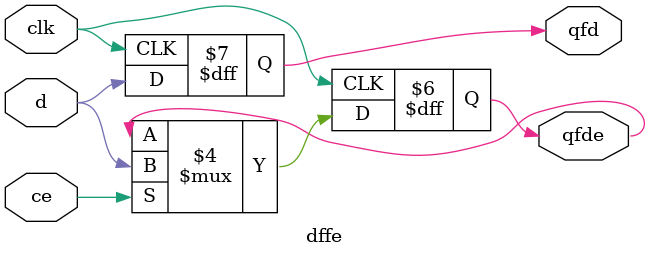
<source format=v>
module dffe(d, clk, ce, qfd, qfde);
  input  d, clk, ce;
  output qfd, qfde;

  reg qfd, qfde;

  always @(posedge clk)
  begin
    qfd <= d;
  end
  always @(posedge clk)
  begin
    if (ce==1) qfde <= d;
  end

endmodule

</source>
